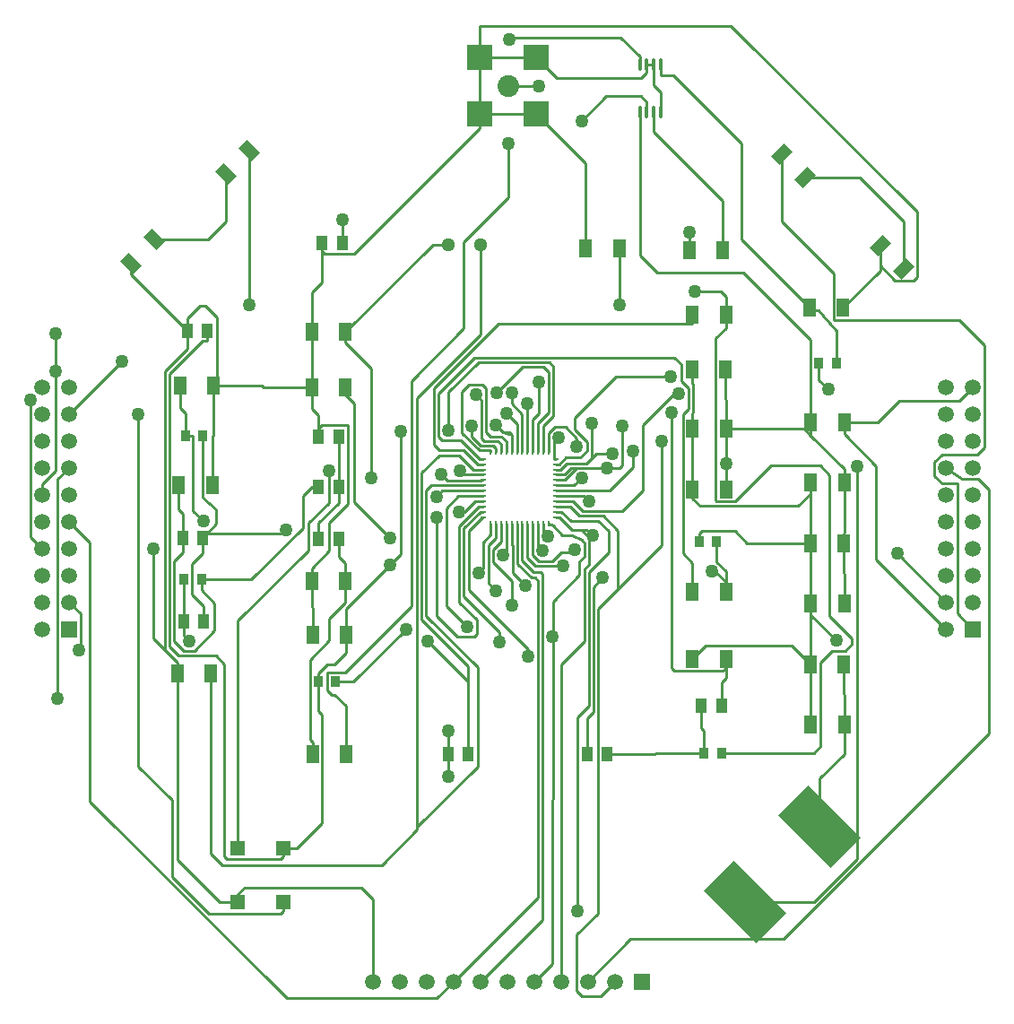
<source format=gtl>
G04*
G04 #@! TF.GenerationSoftware,Altium Limited,Altium Designer,18.1.9 (240)*
G04*
G04 Layer_Physical_Order=1*
G04 Layer_Color=255*
%FSLAX24Y24*%
%MOIN*%
G70*
G01*
G75*
%ADD15C,0.0100*%
G04:AMPARAMS|DCode=16|XSize=66.9mil|YSize=45.3mil|CornerRadius=0mil|HoleSize=0mil|Usage=FLASHONLY|Rotation=225.000|XOffset=0mil|YOffset=0mil|HoleType=Round|Shape=Rectangle|*
%AMROTATEDRECTD16*
4,1,4,0.0077,0.0397,0.0397,0.0077,-0.0077,-0.0397,-0.0397,-0.0077,0.0077,0.0397,0.0*
%
%ADD16ROTATEDRECTD16*%

G04:AMPARAMS|DCode=17|XSize=157.5mil|YSize=275.6mil|CornerRadius=0mil|HoleSize=0mil|Usage=FLASHONLY|Rotation=45.000|XOffset=0mil|YOffset=0mil|HoleType=Round|Shape=Rectangle|*
%AMROTATEDRECTD17*
4,1,4,0.0418,-0.1531,-0.1531,0.0418,-0.0418,0.1531,0.1531,-0.0418,0.0418,-0.1531,0.0*
%
%ADD17ROTATEDRECTD17*%

G04:AMPARAMS|DCode=18|XSize=66.9mil|YSize=45.3mil|CornerRadius=0mil|HoleSize=0mil|Usage=FLASHONLY|Rotation=135.000|XOffset=0mil|YOffset=0mil|HoleType=Round|Shape=Rectangle|*
%AMROTATEDRECTD18*
4,1,4,0.0397,-0.0077,0.0077,-0.0397,-0.0397,0.0077,-0.0077,0.0397,0.0397,-0.0077,0.0*
%
%ADD18ROTATEDRECTD18*%

%ADD19R,0.0350X0.0402*%
%ADD20R,0.0453X0.0669*%
%ADD21R,0.0433X0.0571*%
%ADD22O,0.0138X0.0531*%
%ADD23R,0.0571X0.0551*%
%ADD24O,0.0094X0.0236*%
%ADD25O,0.0236X0.0094*%
%ADD43R,0.0961X0.0961*%
%ADD44C,0.0807*%
%ADD45C,0.0512*%
%ADD46C,0.0591*%
%ADD47R,0.0591X0.0591*%
%ADD48R,0.0591X0.0591*%
%ADD49C,0.0500*%
D15*
X19268Y34650D02*
X20400D01*
X22000Y33350D02*
X22920Y34270D01*
X24200D01*
X24422Y34048D01*
X18221Y35697D02*
X20315D01*
X19300Y36375D02*
X19375D01*
X19450Y36450D01*
X23450D01*
X19270Y30500D02*
Y32500D01*
X23450Y36450D02*
X24166Y35734D01*
X18221Y35697D02*
Y36880D01*
X8320Y23610D02*
X8440D01*
X18221Y36880D02*
X27560Y36880D01*
X18221Y33603D02*
X20315D01*
X20180Y18290D02*
X20192D01*
X23350Y15940D02*
X24970Y17560D01*
X20990Y20783D02*
Y21410D01*
X33100Y27960D02*
Y28700D01*
Y27780D02*
Y27960D01*
X30500Y19470D02*
X30530Y19500D01*
X30055Y19025D02*
X30500Y19470D01*
X12352Y28500D02*
Y28800D01*
Y27329D02*
Y28500D01*
X12226Y21900D02*
Y22400D01*
X6510Y13670D02*
X6980Y13200D01*
X6090Y14090D02*
X6510Y13670D01*
X18920Y25800D02*
X26130D01*
X17798Y12497D02*
Y13082D01*
Y9800D02*
Y12497D01*
X17392Y20300D02*
X17500Y20192D01*
X8080Y18016D02*
X10886D01*
X7924D02*
X8080D01*
X15890Y7090D02*
Y23052D01*
X30270Y21900D02*
X30530Y21640D01*
X22370Y20800D02*
X22550Y20980D01*
X14890Y16850D02*
X15270Y17230D01*
X13250Y15210D02*
X14890Y16850D01*
X18200Y21100D02*
X18617D01*
X27370Y16200D02*
Y16590D01*
Y12640D02*
Y13000D01*
X30480Y26290D02*
X30800D01*
X21657Y18140D02*
X21673Y18125D01*
X21180Y18617D02*
X21657Y18140D01*
X20920Y2020D02*
X20947Y14170D01*
Y14170D02*
X20950Y15480D01*
X20947Y14170D02*
Y14170D01*
X2450Y24030D02*
Y25430D01*
X18290Y19970D02*
Y19995D01*
X17430Y19405D02*
X18361D01*
X16970Y18945D02*
X17430Y19405D01*
X16970Y15310D02*
Y18945D01*
Y15310D02*
X17740Y14540D01*
X18191Y19011D02*
X18361D01*
X17460Y18280D02*
X18191Y19011D01*
X17460Y15450D02*
Y18280D01*
Y15450D02*
X18110Y14800D01*
Y14280D02*
Y14800D01*
X18000Y14170D02*
X18110Y14280D01*
X17370Y14170D02*
X18000D01*
X16600Y14940D02*
X17370Y14170D01*
X16600Y14940D02*
Y18600D01*
X9650Y26490D02*
Y32250D01*
X29450Y29600D02*
Y32100D01*
Y29600D02*
X31370Y27680D01*
Y25940D02*
Y27680D01*
Y25940D02*
X36050D01*
X36970Y25020D01*
Y21200D02*
Y25020D01*
X36720Y20950D02*
X36970Y21200D01*
X35400Y20950D02*
X36720D01*
X35130Y20680D02*
X35400Y20950D01*
X35130Y20140D02*
Y20680D01*
Y20140D02*
X35400Y19870D01*
X35960D01*
X35970Y19860D01*
Y15030D02*
Y19860D01*
Y15030D02*
X36550Y14450D01*
X18325Y18617D02*
X18361D01*
X17800Y18092D02*
X18325Y18617D01*
X17800Y15921D02*
Y18092D01*
Y15921D02*
X20010Y13711D01*
Y13440D02*
Y13711D01*
X2950Y18450D02*
X3730Y17670D01*
Y8042D02*
Y17670D01*
Y8042D02*
X11043Y729D01*
X16629D01*
X17250Y1350D01*
X2530Y11870D02*
Y20030D01*
X2950Y20450D01*
X20192Y18290D02*
Y18361D01*
X20180Y17200D02*
Y18290D01*
Y17200D02*
X20400Y16980D01*
X20920D01*
X21240Y17300D01*
X21650D01*
X21750Y17400D01*
X22250Y1350D02*
X23830Y2930D01*
X29500D01*
X37135Y10565D01*
Y19635D01*
X36740Y20030D02*
X37135Y19635D01*
X36135Y20030D02*
X36740D01*
X35550Y20450D02*
X36135Y20030D01*
X21860Y3970D02*
Y11180D01*
X22270Y11590D01*
Y16560D01*
X23000Y17290D01*
Y18090D01*
X22625Y18465D02*
X23000Y18090D01*
X21600Y18465D02*
X22625D01*
X21251Y18814D02*
X21600Y18465D01*
X21039Y18814D02*
X21251D01*
X22700Y800D02*
X23250Y1350D01*
X22030Y800D02*
X22700D01*
X21830Y1000D02*
X22030Y800D01*
X21830Y1000D02*
Y3100D01*
X22610Y3880D02*
Y15200D01*
X24970Y17560D02*
Y21430D01*
X25460Y23220D02*
X25610D01*
X24280Y22040D02*
X25460Y23220D01*
X24280Y19608D02*
Y22040D01*
X23506Y18835D02*
X24280Y19608D01*
X22065Y18835D02*
X23506D01*
X21692Y19208D02*
X22065Y18835D01*
X21039Y19208D02*
X21692D01*
X22070Y19405D02*
X22270Y19205D01*
X21039Y19405D02*
X22070D01*
X21039Y19602D02*
X23035D01*
X23910Y20477D01*
Y21080D01*
X21728Y19798D02*
X22000Y20070D01*
X21039Y19798D02*
X21728D01*
X20990Y20783D02*
X21039D01*
X20990Y21410D02*
X21160Y21580D01*
X20783Y21039D02*
Y21743D01*
X21000Y21960D01*
X21400D01*
X21830Y21530D01*
Y21250D02*
Y21530D01*
X17050Y21850D02*
Y23256D01*
X18170Y24376D01*
X20800D01*
X20960Y24216D01*
Y22374D02*
Y24216D01*
X20586Y22000D02*
X20960Y22374D01*
X20586Y21039D02*
Y22000D01*
X20389Y21039D02*
Y22114D01*
X20790Y22515D01*
Y24000D01*
X20584Y24206D02*
X20790Y24000D01*
X19825Y24206D02*
X20584D01*
X18850Y23231D02*
X19825Y24206D01*
X20192Y21039D02*
Y22232D01*
X20420Y22460D01*
Y23636D01*
X19995Y21039D02*
Y22850D01*
X17050Y9800D02*
Y10680D01*
X6510Y13670D02*
Y24030D01*
X7350Y24870D01*
Y25550D01*
X24422Y35152D02*
Y35426D01*
X24200Y34930D02*
X24422Y35152D01*
X21083Y34930D02*
X24200D01*
X20315Y35697D02*
X21083Y34930D01*
X30530Y14980D02*
Y15400D01*
Y14300D02*
Y14980D01*
X30500Y13150D02*
X30530Y14300D01*
Y14980D02*
X31475Y14035D01*
X26130Y13350D02*
X26630Y13850D01*
X29800D01*
X30500Y13150D01*
X27560Y36880D02*
X34470Y29970D01*
Y27530D02*
Y29970D01*
X34340Y27400D02*
X34470Y27530D01*
X33660Y27400D02*
X34340D01*
X33100Y27960D02*
X33660Y27400D01*
X26130Y15850D02*
Y16920D01*
X25780Y17270D02*
X26130Y16920D01*
X25780Y17270D02*
Y22450D01*
X25980Y22650D01*
Y23410D01*
X25708Y23682D02*
X25980Y23410D01*
X25708Y23682D02*
Y24300D01*
X25463Y24546D02*
X25708Y24300D01*
X18018Y24546D02*
X25463D01*
X16680Y23208D02*
X18018Y24546D01*
X16680Y21600D02*
Y23208D01*
Y21600D02*
X16800Y21480D01*
X17503D01*
X18200Y20783D01*
X18361D01*
X17971Y20389D02*
X18361D01*
X17450Y20910D02*
X17971Y20389D01*
X16707Y20910D02*
X17450D01*
X16060Y20263D02*
X16707Y20910D01*
X16060Y14820D02*
Y20263D01*
Y14820D02*
X17798Y13082D01*
X16275Y14020D02*
X17798Y12497D01*
X7199Y14231D02*
X7410Y14020D01*
X7199Y14231D02*
Y14750D01*
X7919Y19340D02*
Y21650D01*
Y19340D02*
X8430Y18910D01*
Y18366D02*
Y18910D01*
X8080Y18016D02*
X8430Y18366D01*
X7924Y17850D02*
X8080Y18016D01*
X7924Y17850D02*
Y18016D01*
X10886D02*
X11020Y18150D01*
X17432Y20340D02*
X17480D01*
X17392Y20300D02*
X17432Y20340D01*
X17500Y20192D02*
X18361D01*
X16428Y19798D02*
X18361D01*
X16230Y19600D02*
X16428Y19798D01*
X16230Y14950D02*
Y19600D01*
Y14950D02*
X18140Y13040D01*
Y9340D02*
Y13040D01*
X15890Y7090D02*
X18140Y9340D01*
X15890Y6990D02*
Y7090D01*
X8635Y5680D02*
X14580D01*
X8220Y6094D02*
X8635Y5680D01*
X8220Y6094D02*
Y12800D01*
X14580Y5680D02*
X15890Y6990D01*
Y23052D02*
X18260Y25422D01*
Y28750D01*
X13224Y25096D02*
Y25500D01*
Y25096D02*
X14190Y24130D01*
Y20060D02*
Y24130D01*
X16600Y19370D02*
X16832Y19602D01*
X18361D01*
X27370Y21900D02*
X30270D01*
X31770Y19900D02*
Y20400D01*
X30530Y21640D02*
X31770Y20400D01*
X30530Y21640D02*
Y22150D01*
X19405Y21039D02*
Y21682D01*
X19073Y21787D02*
X19405Y21682D01*
X18830Y22030D02*
X19073Y21787D01*
X15270Y17230D02*
Y21790D01*
X27370Y19650D02*
Y20620D01*
X22550Y20980D02*
X23140D01*
X27370Y20620D02*
Y21900D01*
X18617Y17957D02*
Y18361D01*
X18340Y17680D02*
X18617Y17957D01*
X18340Y16710D02*
Y17680D01*
X18170Y16540D02*
X18340Y16710D01*
X13250Y14250D02*
Y15210D01*
X20380Y17550D02*
X20550Y17380D01*
X20380Y17550D02*
Y18111D01*
X20389Y18361D01*
X8098Y25178D02*
Y25550D01*
X7908Y25178D02*
X8098D01*
X6680Y23950D02*
X7908Y25178D01*
X6680Y13800D02*
Y23950D01*
Y13800D02*
X7000Y13480D01*
X8400D01*
X8730Y13150D01*
Y6000D02*
Y13150D01*
Y6000D02*
X8830Y5900D01*
X10800D01*
X10900Y6000D01*
Y6300D01*
X19208Y21039D02*
Y21432D01*
X19023Y21617D02*
X19208Y21432D01*
X18600Y21617D02*
X19023D01*
X18460Y21757D02*
X18600Y21617D01*
X18460Y21757D02*
Y23400D01*
X18330Y23530D02*
X18460Y23400D01*
X17800Y23530D02*
X18330D01*
X17545Y23275D02*
X17800Y23530D01*
X17545Y21755D02*
Y23275D01*
Y21755D02*
X18200Y21100D01*
X18617Y21039D02*
Y21100D01*
X19011Y21039D02*
Y21327D01*
X18891Y21447D02*
X19011Y21327D01*
X18375Y21447D02*
X18891D01*
X18290Y21532D02*
X18375Y21447D01*
X18290Y21532D02*
Y22940D01*
X18070Y23160D02*
X18290Y22940D01*
X5520Y9350D02*
Y22440D01*
Y9350D02*
X6780Y8090D01*
Y5240D02*
Y8090D01*
Y5240D02*
X8150Y3870D01*
X10800D01*
X10900Y3970D01*
Y4300D01*
X18814Y21039D02*
Y21163D01*
X18700Y21277D02*
X18814Y21163D01*
X18264Y21277D02*
X18700D01*
X17920Y21620D02*
X18264Y21277D01*
X17920Y21620D02*
Y22020D01*
X12600Y19150D02*
Y20326D01*
X11840Y18390D02*
X12600Y19150D01*
X11840Y17380D02*
Y18390D01*
X9223Y14763D02*
X11840Y17380D01*
X9223Y6300D02*
Y14763D01*
X27370Y13000D02*
Y13350D01*
X27260Y12890D02*
X27370Y13000D01*
X25450Y12890D02*
X27260D01*
X25340Y13000D02*
X25450Y12890D01*
X25340Y13000D02*
Y22500D01*
X30831Y23719D02*
X31180Y23370D01*
X30831Y23719D02*
Y24350D01*
X30480Y26290D02*
Y26400D01*
X30800Y26290D02*
X30996Y26094D01*
X31469Y25527D01*
Y24350D02*
Y25527D01*
X11990Y19750D02*
X12226D01*
X11640Y19400D02*
X11990Y19750D01*
X11640Y18220D02*
Y19400D01*
X9720Y16300D02*
X11640Y18220D01*
X7869Y16300D02*
X9720D01*
X12226Y17800D02*
Y18400D01*
X12974Y19148D01*
Y19750D01*
X24166Y35426D02*
Y35734D01*
X17620Y28850D02*
X19270Y30500D01*
X17620Y25630D02*
Y28850D01*
X15670Y23680D02*
X17620Y25630D01*
X15670Y15300D02*
Y23680D01*
X13200Y12830D02*
X15670Y15300D01*
X12550Y12830D02*
X13200D01*
X12550Y12170D02*
Y12830D01*
Y12170D02*
X12700Y12020D01*
X12830D01*
X13250Y11600D01*
Y9800D02*
Y11600D01*
X26010Y28550D02*
Y29220D01*
X12850Y12500D02*
X13520D01*
X15470Y14450D01*
X21039Y20586D02*
X21166D01*
X21407Y20827D01*
X21947D01*
X22200Y21080D01*
Y21420D01*
X21760Y21860D02*
X22200Y21420D01*
X21760Y21860D02*
Y22320D01*
X23290Y23850D01*
X25310D01*
X20950Y15480D02*
X21930Y16460D01*
Y16960D01*
X22125Y17155D01*
Y17644D01*
X22000Y17770D02*
X22125Y17644D01*
X21655Y17955D02*
X22000Y17770D01*
X21273Y17955D02*
X21655D01*
X20937Y18290D02*
X21273Y17955D01*
X20783Y18361D02*
X20937Y18290D01*
X20250Y1350D02*
X20920Y2020D01*
Y14170D02*
X20947D01*
X3320Y13660D02*
X3370Y13710D01*
Y15030D01*
X2950Y15450D02*
X3370Y15030D01*
X1950Y19850D02*
X2450Y20350D01*
X24422Y33674D02*
Y34048D01*
X33977Y27823D02*
Y29600D01*
X32354Y31223D02*
X33977Y29600D01*
X30327Y31223D02*
X32354D01*
X28066Y4316D02*
X30646D01*
X32250Y5920D01*
Y20510D01*
X21620Y20440D02*
X22940D01*
X21372Y20192D02*
X21620Y20440D01*
X21039Y20192D02*
X21372D01*
X21039Y19995D02*
X21385D01*
X21830Y20440D01*
X23400D01*
X23510Y20550D01*
Y22010D01*
X2950Y22450D02*
X4900Y24400D01*
X27250Y28550D02*
Y30378D01*
X24678Y32950D02*
X27250Y30378D01*
X24678Y32950D02*
Y33674D01*
X30850Y7100D02*
Y8890D01*
X31770Y9810D01*
Y10900D01*
X27200Y12470D02*
X27370Y12640D01*
X27200Y11600D02*
Y12470D01*
X13224Y23162D02*
Y23450D01*
Y23162D02*
X13560Y22825D01*
Y19180D02*
Y22825D01*
Y19180D02*
X14890Y17850D01*
X20586Y18084D02*
X20750Y17920D01*
X20586Y18084D02*
Y18361D01*
X12212Y12500D02*
Y12800D01*
X12542Y13130D01*
X12800D01*
X13250Y13580D01*
Y14250D01*
X30500Y17650D02*
Y19470D01*
X30530Y19500D02*
Y19900D01*
X30500Y16560D02*
Y17650D01*
Y16560D02*
X30530Y16530D01*
Y15400D02*
Y16530D01*
X30500Y12060D02*
Y13150D01*
Y12060D02*
X30530Y12030D01*
Y10900D02*
Y12030D01*
X18960Y13970D02*
Y14348D01*
X17630Y15678D02*
X18960Y14348D01*
X17630Y15678D02*
Y18210D01*
X18234Y18814D01*
X18361D01*
X19080Y17220D02*
X19208Y17348D01*
Y18361D01*
X17439Y18800D02*
X17639D01*
X18047Y19208D01*
X18361D01*
X21039Y20389D02*
X21221D01*
X21442Y20610D01*
X22180D01*
X22370Y20800D01*
Y22120D01*
X19073Y21787D02*
X19300D01*
X19405Y21682D01*
X20288Y16810D02*
X21320D01*
X19995Y17102D02*
X20288Y16810D01*
X19995Y17102D02*
Y18361D01*
X17050Y8980D02*
Y9800D01*
X18540Y16160D02*
X18830Y15870D01*
X18540Y16160D02*
Y17560D01*
X18814Y17834D01*
Y18361D01*
X19011Y17691D02*
Y18361D01*
X18710Y17390D02*
X19011Y17691D01*
X18710Y16930D02*
Y17390D01*
Y16930D02*
X19400Y16240D01*
Y15350D02*
Y16240D01*
X33740Y17260D02*
X35550Y15450D01*
X19405Y17590D02*
Y18361D01*
Y17590D02*
X19450Y17545D01*
Y16528D02*
Y17545D01*
Y16528D02*
X19905Y16073D01*
X17250Y1350D02*
X20380Y4480D01*
Y16252D01*
X20275Y16357D02*
X20380Y16252D01*
X20143Y16357D02*
X20275D01*
X19626Y16874D02*
X20143Y16357D01*
X19626Y16874D02*
Y18064D01*
X19602Y18088D02*
X19626Y18064D01*
X19602Y18088D02*
Y18361D01*
X18250Y1350D02*
X20550Y3650D01*
Y16497D01*
X20482Y16565D02*
X20550Y16497D01*
X20223Y16565D02*
X20482D01*
X19798Y16990D02*
X20223Y16565D01*
X19798Y16990D02*
Y18361D01*
X6090Y14090D02*
Y17450D01*
X6980Y12800D02*
Y13200D01*
X18290Y19995D02*
X18361D01*
X17000Y19970D02*
X18290D01*
X16780Y20190D02*
X17000Y19970D01*
X7560Y18840D02*
X7940Y18460D01*
X7560Y18840D02*
Y21650D01*
X7281D02*
X7560D01*
X18156Y20586D02*
X18361D01*
X17632Y21110D02*
X18156Y20586D01*
X16710Y21110D02*
X17632D01*
X16510Y21310D02*
X16710Y21110D01*
X16510Y21310D02*
Y23390D01*
X18920Y25800D01*
X26130D02*
Y26150D01*
X19602Y21039D02*
Y22078D01*
X19200Y22480D02*
X19602Y22078D01*
X2450Y20350D02*
Y24030D01*
X1950Y19450D02*
Y19850D01*
X13100Y28800D02*
Y29660D01*
X26230Y27000D02*
X27170D01*
X27370Y26800D01*
Y26150D02*
Y26800D01*
X21039Y19011D02*
X21584D01*
X21930Y18665D01*
X22800D01*
X23350Y18115D01*
Y15940D02*
Y18115D01*
X22610Y15200D02*
X23350Y15940D01*
X21830Y3100D02*
X22610Y3880D01*
X26130Y19300D02*
Y19650D01*
Y19300D02*
X26405Y19025D01*
X30055D01*
X27200Y9850D02*
X30640D01*
X30880Y10090D01*
Y13200D01*
X31320Y13640D01*
X31800D01*
X32050Y13890D01*
Y14110D01*
X31220Y14940D02*
X32050Y14110D01*
X31220Y14940D02*
Y20180D01*
X30870Y20530D02*
X31220Y20180D01*
X29055Y20530D02*
X30870D01*
X27720Y19195D02*
X29055Y20530D01*
X27020Y19195D02*
X27720D01*
X26990Y19225D02*
X27020Y19195D01*
X26990Y19225D02*
Y25260D01*
X27370Y25640D01*
Y26150D01*
X7176Y17290D02*
Y17850D01*
X6860Y16974D02*
X7176Y17290D01*
X6860Y13990D02*
Y16974D01*
Y13990D02*
X7200Y13650D01*
X7610D01*
X8360Y14400D01*
Y15420D01*
X7869Y15911D02*
X8360Y15420D01*
X7869Y15911D02*
Y16300D01*
X12352Y28500D02*
X12462Y28390D01*
X13550D01*
X18221Y33061D01*
Y33603D01*
X1530Y17870D02*
X1950Y17450D01*
X1530Y17870D02*
Y22970D01*
X19420Y22831D02*
Y23250D01*
Y22831D02*
X19798Y22453D01*
Y21039D02*
Y22453D01*
X24934Y35040D02*
Y35426D01*
Y35040D02*
X25410D01*
X27950Y32500D01*
Y28930D02*
Y32500D01*
Y28930D02*
X30480Y26400D01*
X26100Y23590D02*
Y24100D01*
Y23590D02*
X26150Y23540D01*
Y22500D02*
Y23540D01*
X26130Y22480D02*
X26150Y22500D01*
X26130Y21900D02*
Y22480D01*
X14250Y1350D02*
Y4400D01*
X13800Y4850D02*
X14250Y4400D01*
X9473Y4850D02*
X13800D01*
X9223Y4600D02*
X9473Y4850D01*
X9223Y4300D02*
Y4600D01*
X32950Y17050D02*
X35550Y14450D01*
X32950Y17050D02*
Y20520D01*
X31770Y21700D02*
X32950Y20520D01*
X31770Y21700D02*
Y22150D01*
X21250Y1350D02*
Y13150D01*
X22100Y14000D01*
Y16664D01*
X22295Y16860D01*
Y17829D01*
X22000Y18125D02*
X22295Y17829D01*
X21673Y18125D02*
X22000D01*
X21039Y18617D02*
X21180D01*
X22194Y18140D02*
X22408Y17926D01*
X21657Y18140D02*
X22194D01*
X27370Y15850D02*
Y16200D01*
X26950Y16620D02*
X27370Y16200D01*
X26850Y16620D02*
X26950D01*
X22440Y16010D02*
X22790Y16360D01*
X22440Y11368D02*
Y16010D01*
X22202Y11130D02*
X22440Y11368D01*
X22202Y9800D02*
Y11130D01*
X6980Y5869D02*
Y12800D01*
Y5869D02*
X8549Y4300D01*
X9223D01*
X23400Y26490D02*
Y28600D01*
X12010Y9800D02*
Y10250D01*
X11910Y10350D02*
X12010Y10250D01*
X11910Y10350D02*
Y13310D01*
X12630Y14030D01*
Y14840D01*
X13220Y15430D01*
Y16250D01*
X8320Y23500D02*
Y23610D01*
X8440D02*
Y26040D01*
X8000Y26480D02*
X8440Y26040D01*
X7830Y26480D02*
X8000D01*
X7350Y26000D02*
X7830Y26480D01*
X7350Y25550D02*
Y26000D01*
X31770Y18031D02*
Y19900D01*
X31740Y18001D02*
X31770Y18031D01*
X31740Y17650D02*
Y18001D01*
X30530Y22150D02*
Y25190D01*
X28000Y27720D02*
X30530Y25190D01*
X24800Y27720D02*
X28000D01*
X24166Y28354D02*
X24800Y27720D01*
X24166Y28354D02*
Y33674D01*
X12226Y21600D02*
Y21900D01*
X12356Y22030D01*
X13320D01*
Y19090D02*
Y22030D01*
X12630Y18400D02*
X13320Y19090D01*
X12630Y17370D02*
Y18400D01*
X11980Y16720D02*
X12630Y17370D01*
X11980Y16250D02*
Y16720D01*
X8773Y29600D02*
Y31373D01*
X8100Y28927D02*
X8773Y29600D01*
X6127Y28927D02*
X8100D01*
X16474Y28750D02*
X17040D01*
X13224Y25500D02*
X16474Y28750D01*
X5250Y27650D02*
X7350Y25550D01*
X5250Y27650D02*
Y28050D01*
X31720Y26400D02*
X33100Y27780D01*
X22160Y28600D02*
Y31758D01*
X20315Y33603D02*
X22160Y31758D01*
X31770Y22150D02*
X33030D01*
X33830Y22950D01*
X36050D01*
X36550Y23450D01*
X12212Y11420D02*
Y12500D01*
Y11420D02*
X12360Y11272D01*
Y7250D02*
Y11272D01*
X11410Y6300D02*
X12360Y7250D01*
X10900Y6300D02*
X11410D01*
X28160Y17650D02*
X30500D01*
X27700Y18110D02*
X28160Y17650D01*
X26491Y18110D02*
X27700D01*
X26381Y18000D02*
X26491Y18110D01*
X26381Y17700D02*
Y18000D01*
X11980Y15260D02*
Y16250D01*
Y15260D02*
X12010Y15230D01*
Y14250D02*
Y15230D01*
X8320Y21670D02*
Y23500D01*
X8270Y21620D02*
X8320Y21670D01*
X8270Y19800D02*
Y21620D01*
X10170Y23450D02*
X11983D01*
X10120Y23500D02*
X10170Y23450D01*
X8320Y23500D02*
X10120D01*
X11983Y22643D02*
Y23450D01*
Y22643D02*
X12226Y22400D01*
X11983Y26960D02*
X12352Y27329D01*
X11983Y25500D02*
Y26960D01*
Y23450D02*
Y25500D01*
X24678Y34676D02*
Y35426D01*
Y34676D02*
X24934Y34420D01*
Y33674D02*
Y34420D01*
X24422Y35426D02*
X24678D01*
X18221Y33603D02*
Y35697D01*
X26130Y19650D02*
Y21900D01*
X7231Y15532D02*
Y16300D01*
X7199Y15500D02*
X7231Y15532D01*
X7199Y14750D02*
Y15500D01*
X7924Y17264D02*
Y17850D01*
X7530Y16870D02*
X7924Y17264D01*
X7530Y15727D02*
Y16870D01*
Y15727D02*
X7947Y15310D01*
Y14750D02*
Y15310D01*
X27340Y23010D02*
Y24100D01*
Y23010D02*
X27370Y22980D01*
Y21900D02*
Y22980D01*
X31740Y16540D02*
Y17650D01*
Y16540D02*
X31770Y16510D01*
Y15400D02*
Y16510D01*
X27019Y16941D02*
Y17700D01*
Y16941D02*
X27370Y16590D01*
X24780Y9850D02*
X26562D01*
X24730Y9800D02*
X24780Y9850D01*
X22950Y9800D02*
X24730D01*
X26452Y10770D02*
Y11600D01*
Y10770D02*
X26562Y10660D01*
Y9850D02*
Y10660D01*
X7030Y18896D02*
Y19800D01*
Y18896D02*
X7176Y18750D01*
Y17850D02*
Y18750D01*
X12974Y19750D02*
Y21600D01*
Y17146D02*
Y17800D01*
Y17146D02*
X13220Y16900D01*
Y16250D02*
Y16900D01*
X31740Y12040D02*
Y13150D01*
Y12040D02*
X31770Y12010D01*
Y10900D02*
Y12010D01*
X7080Y22671D02*
Y23500D01*
Y22671D02*
X7281Y22470D01*
Y21650D02*
Y22470D01*
D16*
X33100Y28700D02*
D03*
X33977Y27823D02*
D03*
X29450Y32100D02*
D03*
X30327Y31223D02*
D03*
D17*
X28066Y4316D02*
D03*
X30850Y7100D02*
D03*
D18*
X9650Y32250D02*
D03*
X8773Y31373D02*
D03*
X5250Y28050D02*
D03*
X6127Y28927D02*
D03*
D19*
X27019Y17700D02*
D03*
X26381D02*
D03*
X27200Y9850D02*
D03*
X26562D02*
D03*
X30831Y24350D02*
D03*
X31469D02*
D03*
X12850Y12500D02*
D03*
X12212D02*
D03*
X7231Y16300D02*
D03*
X7869D02*
D03*
X7919Y21650D02*
D03*
X7281D02*
D03*
D20*
X13220Y16250D02*
D03*
X11980D02*
D03*
X30530Y22150D02*
D03*
X31770D02*
D03*
X30530Y19900D02*
D03*
X31770D02*
D03*
X26130Y19650D02*
D03*
X27370D02*
D03*
X26010Y28550D02*
D03*
X27250D02*
D03*
X30530Y10900D02*
D03*
X31770D02*
D03*
X30530Y15400D02*
D03*
X31770D02*
D03*
X12010Y14250D02*
D03*
X13250D02*
D03*
X26130Y21900D02*
D03*
X27370D02*
D03*
X6980Y12800D02*
D03*
X8220D02*
D03*
X13250Y9800D02*
D03*
X12010D02*
D03*
X7030Y19800D02*
D03*
X8270D02*
D03*
X8320Y23500D02*
D03*
X7080D02*
D03*
X27370Y26150D02*
D03*
X26130D02*
D03*
X30480Y26400D02*
D03*
X31720D02*
D03*
X27370Y13350D02*
D03*
X26130D02*
D03*
X27370Y15850D02*
D03*
X26130D02*
D03*
X11983Y25500D02*
D03*
X13224D02*
D03*
X26100Y24100D02*
D03*
X27340D02*
D03*
X11983Y23450D02*
D03*
X13224D02*
D03*
X30500Y13150D02*
D03*
X31740D02*
D03*
X22160Y28600D02*
D03*
X23400D02*
D03*
X30500Y17650D02*
D03*
X31740D02*
D03*
D21*
X12974Y17800D02*
D03*
X12226D02*
D03*
X12974Y19750D02*
D03*
X12226D02*
D03*
X12974Y21600D02*
D03*
X12226D02*
D03*
X13100Y28800D02*
D03*
X12352D02*
D03*
X22950Y9800D02*
D03*
X22202D02*
D03*
X27200Y11600D02*
D03*
X26452D02*
D03*
X7199Y14750D02*
D03*
X7947D02*
D03*
X17798Y9800D02*
D03*
X17050D02*
D03*
X7176Y17850D02*
D03*
X7924D02*
D03*
X7350Y25550D02*
D03*
X8098D02*
D03*
D22*
X24166Y33674D02*
D03*
X24422D02*
D03*
X24678D02*
D03*
X24934D02*
D03*
X24166Y35426D02*
D03*
X24422D02*
D03*
X24678D02*
D03*
X24934D02*
D03*
D23*
X10900Y4300D02*
D03*
Y6300D02*
D03*
X9223Y4300D02*
D03*
Y6300D02*
D03*
D24*
X18617Y21039D02*
D03*
X18814D02*
D03*
X19011D02*
D03*
X19208D02*
D03*
X19405D02*
D03*
X19602D02*
D03*
X19798D02*
D03*
X19995D02*
D03*
X20192D02*
D03*
X20389D02*
D03*
X20586D02*
D03*
X20783D02*
D03*
Y18361D02*
D03*
X20586D02*
D03*
X20389D02*
D03*
X20192D02*
D03*
X19995D02*
D03*
X19798D02*
D03*
X19602D02*
D03*
X19405D02*
D03*
X19208D02*
D03*
X19011D02*
D03*
X18814D02*
D03*
X18617D02*
D03*
D25*
X21039Y20783D02*
D03*
Y20586D02*
D03*
Y20389D02*
D03*
Y20192D02*
D03*
Y19995D02*
D03*
Y19798D02*
D03*
Y19602D02*
D03*
Y19405D02*
D03*
Y19208D02*
D03*
Y19011D02*
D03*
Y18814D02*
D03*
Y18617D02*
D03*
X18361D02*
D03*
Y18814D02*
D03*
Y19011D02*
D03*
Y19208D02*
D03*
Y19405D02*
D03*
Y19602D02*
D03*
Y19798D02*
D03*
Y19995D02*
D03*
Y20192D02*
D03*
Y20389D02*
D03*
Y20586D02*
D03*
Y20783D02*
D03*
D43*
X18221Y33603D02*
D03*
Y35697D02*
D03*
X20315Y33603D02*
D03*
Y35697D02*
D03*
D44*
X19268Y34650D02*
D03*
D45*
X18260Y28750D02*
D03*
X17040D02*
D03*
D46*
X14250Y1350D02*
D03*
X15250D02*
D03*
X16250D02*
D03*
X17250D02*
D03*
X18250D02*
D03*
X19250D02*
D03*
X20250D02*
D03*
X21250D02*
D03*
X22250D02*
D03*
X23250D02*
D03*
X35550Y23450D02*
D03*
Y22450D02*
D03*
Y21450D02*
D03*
Y20450D02*
D03*
Y19450D02*
D03*
Y18450D02*
D03*
Y17450D02*
D03*
Y16450D02*
D03*
Y15450D02*
D03*
Y14450D02*
D03*
X36550Y23450D02*
D03*
Y22450D02*
D03*
Y21450D02*
D03*
Y20450D02*
D03*
Y19450D02*
D03*
Y18450D02*
D03*
Y17450D02*
D03*
Y16450D02*
D03*
Y15450D02*
D03*
X1950Y23450D02*
D03*
Y22450D02*
D03*
Y21450D02*
D03*
Y20450D02*
D03*
Y19450D02*
D03*
Y18450D02*
D03*
Y17450D02*
D03*
Y16450D02*
D03*
Y15450D02*
D03*
Y14450D02*
D03*
X2950Y23450D02*
D03*
Y22450D02*
D03*
Y21450D02*
D03*
Y20450D02*
D03*
Y19450D02*
D03*
Y18450D02*
D03*
Y17450D02*
D03*
Y16450D02*
D03*
Y15450D02*
D03*
D47*
X24250Y1350D02*
D03*
D48*
X36550Y14450D02*
D03*
X2950D02*
D03*
D49*
X20400Y34650D02*
D03*
X22000Y33350D02*
D03*
X19300Y36375D02*
D03*
X19268Y32500D02*
D03*
X17740Y14540D02*
D03*
X16600Y18600D02*
D03*
X9650Y26490D02*
D03*
X20010Y13440D02*
D03*
X2530Y11870D02*
D03*
X21750Y17400D02*
D03*
X21860Y3970D02*
D03*
X24970Y21430D02*
D03*
X25610Y23220D02*
D03*
X22270Y19205D02*
D03*
X23910Y21080D02*
D03*
X22000Y20070D02*
D03*
X21160Y21580D02*
D03*
X21830Y21250D02*
D03*
X17050Y21850D02*
D03*
X18850Y23231D02*
D03*
X20420Y23636D02*
D03*
X19995Y22850D02*
D03*
X17050Y10680D02*
D03*
X31475Y14035D02*
D03*
X16275Y14020D02*
D03*
X7410D02*
D03*
X11020Y18150D02*
D03*
X17480Y20340D02*
D03*
X14190Y20060D02*
D03*
X16600Y19370D02*
D03*
X15270Y21790D02*
D03*
X23140Y20980D02*
D03*
X27370Y20620D02*
D03*
X18170Y16540D02*
D03*
X14890Y16850D02*
D03*
X20550Y17380D02*
D03*
X18070Y23160D02*
D03*
X5520Y22440D02*
D03*
X17920Y22020D02*
D03*
X12600Y20326D02*
D03*
X25340Y22500D02*
D03*
X31180Y23370D02*
D03*
X26010Y29220D02*
D03*
X25310Y23850D02*
D03*
X20920Y14170D02*
D03*
X3320Y13660D02*
D03*
X2450Y25430D02*
D03*
X32250Y20510D02*
D03*
X22940Y20440D02*
D03*
X23510Y22010D02*
D03*
X4900Y24400D02*
D03*
X14890Y17850D02*
D03*
X20750Y17920D02*
D03*
X18960Y13970D02*
D03*
X19080Y17220D02*
D03*
X17439Y18800D02*
D03*
X22370Y22120D02*
D03*
X18830Y22030D02*
D03*
X21320Y16810D02*
D03*
X17050Y8980D02*
D03*
X15470Y14450D02*
D03*
X18830Y15870D02*
D03*
X19400Y15350D02*
D03*
X33740Y17260D02*
D03*
X19905Y16073D02*
D03*
X6090Y17450D02*
D03*
X16780Y20190D02*
D03*
X7940Y18460D02*
D03*
X19200Y22480D02*
D03*
X2450Y24030D02*
D03*
X13100Y29660D02*
D03*
X26230Y27000D02*
D03*
X1530Y22970D02*
D03*
X19420Y23250D02*
D03*
X22408Y17926D02*
D03*
X26850Y16620D02*
D03*
X22790Y16360D02*
D03*
X23400Y26490D02*
D03*
M02*

</source>
